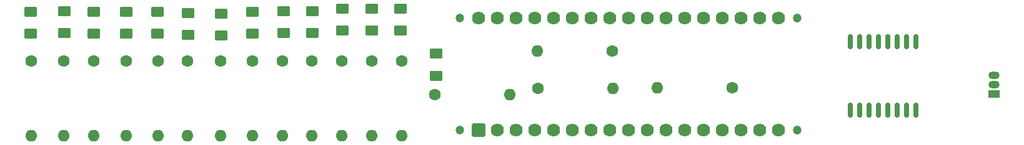
<source format=gbr>
%TF.GenerationSoftware,KiCad,Pcbnew,7.0.9*%
%TF.CreationDate,2025-01-11T11:52:05-05:00*%
%TF.ProjectId,PropellerClock,50726f70-656c-46c6-9572-436c6f636b2e,rev?*%
%TF.SameCoordinates,Original*%
%TF.FileFunction,Soldermask,Top*%
%TF.FilePolarity,Negative*%
%FSLAX46Y46*%
G04 Gerber Fmt 4.6, Leading zero omitted, Abs format (unit mm)*
G04 Created by KiCad (PCBNEW 7.0.9) date 2025-01-11 11:52:05*
%MOMM*%
%LPD*%
G01*
G04 APERTURE LIST*
G04 Aperture macros list*
%AMRoundRect*
0 Rectangle with rounded corners*
0 $1 Rounding radius*
0 $2 $3 $4 $5 $6 $7 $8 $9 X,Y pos of 4 corners*
0 Add a 4 corners polygon primitive as box body*
4,1,4,$2,$3,$4,$5,$6,$7,$8,$9,$2,$3,0*
0 Add four circle primitives for the rounded corners*
1,1,$1+$1,$2,$3*
1,1,$1+$1,$4,$5*
1,1,$1+$1,$6,$7*
1,1,$1+$1,$8,$9*
0 Add four rect primitives between the rounded corners*
20,1,$1+$1,$2,$3,$4,$5,0*
20,1,$1+$1,$4,$5,$6,$7,0*
20,1,$1+$1,$6,$7,$8,$9,0*
20,1,$1+$1,$8,$9,$2,$3,0*%
G04 Aperture macros list end*
%ADD10C,1.600000*%
%ADD11O,1.600000X1.600000*%
%ADD12RoundRect,0.250001X0.624999X-0.462499X0.624999X0.462499X-0.624999X0.462499X-0.624999X-0.462499X0*%
%ADD13R,1.500000X1.050000*%
%ADD14O,1.500000X1.050000*%
%ADD15RoundRect,0.150000X0.150000X-0.875000X0.150000X0.875000X-0.150000X0.875000X-0.150000X-0.875000X0*%
%ADD16C,1.200000*%
%ADD17RoundRect,0.102000X0.787400X-0.787400X0.787400X0.787400X-0.787400X0.787400X-0.787400X-0.787400X0*%
%ADD18C,1.778800*%
G04 APERTURE END LIST*
D10*
%TO.C,R1*%
X130028800Y-83566000D03*
D11*
X130028800Y-93726000D03*
%TD*%
D12*
%TO.C,D16*%
X79767400Y-79821100D03*
X79767400Y-76846100D03*
%TD*%
D10*
%TO.C,R14*%
X148463000Y-87299800D03*
D11*
X158623000Y-87299800D03*
%TD*%
D12*
%TO.C,D3*%
X92688200Y-79871900D03*
X92688200Y-76896900D03*
%TD*%
D10*
%TO.C,R6*%
X109778800Y-83566000D03*
D11*
X109778800Y-93726000D03*
%TD*%
%TO.C,R18*%
X148361400Y-82194400D03*
D10*
X158521400Y-82194400D03*
%TD*%
D12*
%TO.C,D2*%
X88324600Y-79871900D03*
X88324600Y-76896900D03*
%TD*%
D10*
%TO.C,R10*%
X92710000Y-83540600D03*
D11*
X92710000Y-93700600D03*
%TD*%
D13*
%TO.C,U2*%
X210286600Y-88061800D03*
D14*
X210286600Y-86791800D03*
X210286600Y-85521800D03*
%TD*%
D12*
%TO.C,D11*%
X125992800Y-79414700D03*
X125992800Y-76439700D03*
%TD*%
%TO.C,D15*%
X109813000Y-79846500D03*
X109813000Y-76871500D03*
%TD*%
%TO.C,D14*%
X114046000Y-79795700D03*
X114046000Y-76820700D03*
%TD*%
%TO.C,D13*%
X117890200Y-79795700D03*
X117890200Y-76820700D03*
%TD*%
%TO.C,D1*%
X84300000Y-79744900D03*
X84300000Y-76769900D03*
%TD*%
D10*
%TO.C,R5*%
X113828800Y-83566000D03*
D11*
X113828800Y-93726000D03*
%TD*%
D10*
%TO.C,R8*%
X84251800Y-83540600D03*
D11*
X84251800Y-93700600D03*
%TD*%
D12*
%TO.C,D4*%
X96941400Y-79871900D03*
X96941400Y-76896900D03*
%TD*%
D10*
%TO.C,R7*%
X79781400Y-83540600D03*
D11*
X79781400Y-93700600D03*
%TD*%
%TO.C,R17*%
X144703800Y-88163400D03*
D10*
X134543800Y-88163400D03*
%TD*%
%TO.C,R12*%
X101015800Y-83540600D03*
D11*
X101015800Y-93700600D03*
%TD*%
D10*
%TO.C,R13*%
X105511600Y-83566000D03*
D11*
X105511600Y-93726000D03*
%TD*%
D12*
%TO.C,D10*%
X129828200Y-79440100D03*
X129828200Y-76465100D03*
%TD*%
D15*
%TO.C,U3*%
X190830200Y-90222600D03*
X192100200Y-90222600D03*
X193370200Y-90222600D03*
X194640200Y-90222600D03*
X195910200Y-90222600D03*
X197180200Y-90222600D03*
X198450200Y-90222600D03*
X199720200Y-90222600D03*
X199720200Y-80922600D03*
X198450200Y-80922600D03*
X197180200Y-80922600D03*
X195910200Y-80922600D03*
X194640200Y-80922600D03*
X193370200Y-80922600D03*
X192100200Y-80922600D03*
X190830200Y-80922600D03*
%TD*%
D16*
%TO.C,MS1*%
X137896600Y-92964000D03*
X183616600Y-92964000D03*
X137896600Y-77724000D03*
X183616600Y-77724000D03*
D17*
X140436600Y-92964000D03*
D18*
X142976600Y-92964000D03*
X145516600Y-92964000D03*
X148056600Y-92964000D03*
X150596600Y-92964000D03*
X153136600Y-92964000D03*
X155676600Y-92964000D03*
X158216600Y-92964000D03*
X160756600Y-92964000D03*
X163296600Y-92964000D03*
X165836600Y-92964000D03*
X168376600Y-92964000D03*
X170916600Y-92964000D03*
X173456600Y-92964000D03*
X175996600Y-92964000D03*
X178536600Y-92964000D03*
X181076600Y-92964000D03*
X181076600Y-77724000D03*
X178536600Y-77724000D03*
X175996600Y-77724000D03*
X173456600Y-77724000D03*
X170916600Y-77724000D03*
X168376600Y-77724000D03*
X165836600Y-77724000D03*
X163296600Y-77724000D03*
X160756600Y-77724000D03*
X158216600Y-77724000D03*
X155676600Y-77724000D03*
X153136600Y-77724000D03*
X150596600Y-77724000D03*
X148056600Y-77724000D03*
X145516600Y-77724000D03*
X142976600Y-77724000D03*
X140436600Y-77724000D03*
%TD*%
D10*
%TO.C,R11*%
X96977200Y-83540600D03*
D11*
X96977200Y-93700600D03*
%TD*%
D12*
%TO.C,D6*%
X105549400Y-80100500D03*
X105549400Y-77125500D03*
%TD*%
D10*
%TO.C,R4*%
X117878800Y-83566000D03*
D11*
X117878800Y-93726000D03*
%TD*%
D12*
%TO.C,D9*%
X134645400Y-85561500D03*
X134645400Y-82586500D03*
%TD*%
%TO.C,D5*%
X101042200Y-80024300D03*
X101042200Y-77049300D03*
%TD*%
D10*
%TO.C,R3*%
X121928800Y-83566000D03*
D11*
X121928800Y-93726000D03*
%TD*%
D10*
%TO.C,R2*%
X125978800Y-83566000D03*
D11*
X125978800Y-93726000D03*
%TD*%
D12*
%TO.C,D12*%
X121979600Y-79414700D03*
X121979600Y-76439700D03*
%TD*%
D10*
%TO.C,R9*%
X88315800Y-83540600D03*
D11*
X88315800Y-93700600D03*
%TD*%
D10*
%TO.C,R16*%
X174853600Y-87223600D03*
D11*
X164693600Y-87223600D03*
%TD*%
M02*

</source>
